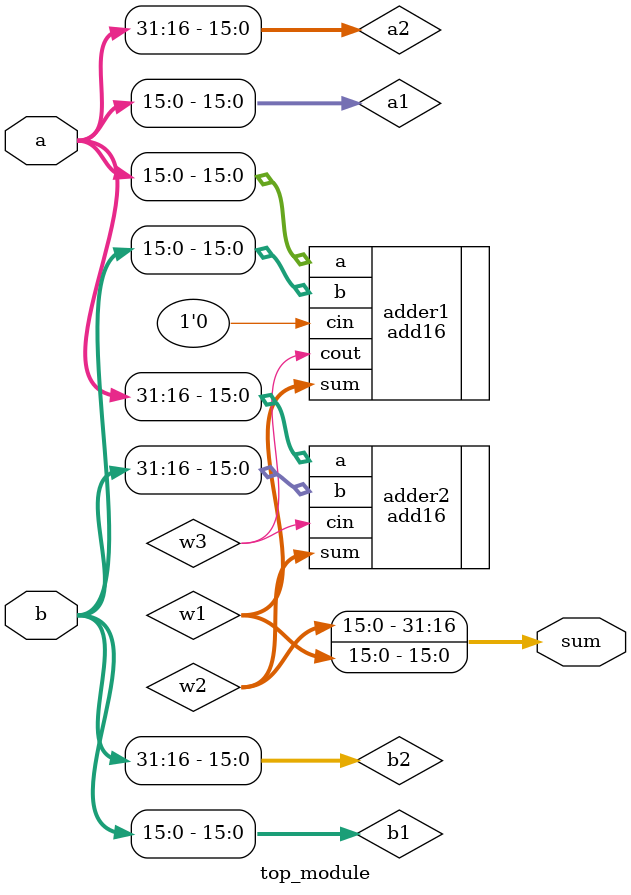
<source format=v>
module top_module(
    input [31:0] a,
    input [31:0] b,
    output [31:0] sum
);

    wire [15:0] a1, a2, b1, b2, w1, w2;
    wire w3;

    assign a1 = a[15:0];
    assign b1 = b[15:0];
    assign a2 = a[31:16];
    assign b2 = b[31:16];
    
    add16 adder1(.a(a1),
    	         .b(b1),
                 .cin(1'b0),
                 .sum(w1),
                 .cout(w3)
                 );
             
    add16 adder2(.a(a2),
                 .b(b2),
                 .cin(w3),
                 .sum(w2)
                 );

    assign sum = {w2, w1};           
                 
endmodule

</source>
